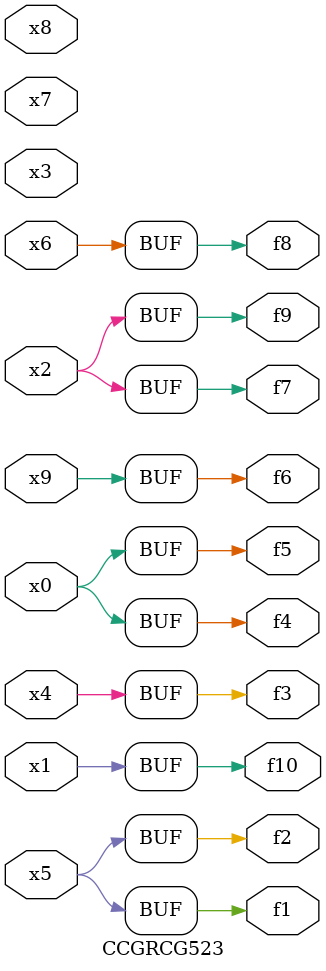
<source format=v>
module CCGRCG523(
	input x0, x1, x2, x3, x4, x5, x6, x7, x8, x9,
	output f1, f2, f3, f4, f5, f6, f7, f8, f9, f10
);
	assign f1 = x5;
	assign f2 = x5;
	assign f3 = x4;
	assign f4 = x0;
	assign f5 = x0;
	assign f6 = x9;
	assign f7 = x2;
	assign f8 = x6;
	assign f9 = x2;
	assign f10 = x1;
endmodule

</source>
